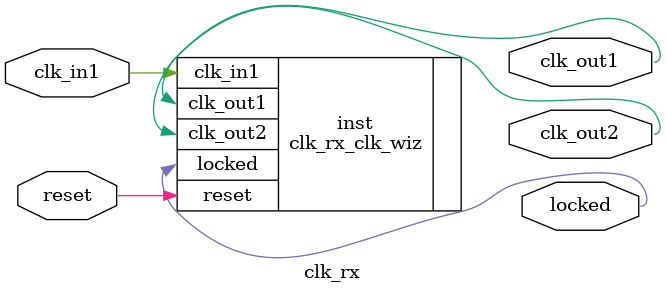
<source format=v>


`timescale 1ps/1ps

(* CORE_GENERATION_INFO = "clk_rx,clk_wiz_v6_0_2_0_0,{component_name=clk_rx,use_phase_alignment=true,use_min_o_jitter=false,use_max_i_jitter=false,use_dyn_phase_shift=false,use_inclk_switchover=false,use_dyn_reconfig=false,enable_axi=0,feedback_source=FDBK_AUTO,PRIMITIVE=MMCM,num_out_clk=2,clkin1_period=10.000,clkin2_period=10.000,use_power_down=false,use_reset=true,use_locked=true,use_inclk_stopped=false,feedback_type=SINGLE,CLOCK_MGR_TYPE=NA,manual_override=false}" *)

module clk_rx 
 (
  // Clock out ports
  output        clk_out1,
  output        clk_out2,
  // Status and control signals
  input         reset,
  output        locked,
 // Clock in ports
  input         clk_in1
 );

  clk_rx_clk_wiz inst
  (
  // Clock out ports  
  .clk_out1(clk_out1),
  .clk_out2(clk_out2),
  // Status and control signals               
  .reset(reset), 
  .locked(locked),
 // Clock in ports
  .clk_in1(clk_in1)
  );

endmodule

</source>
